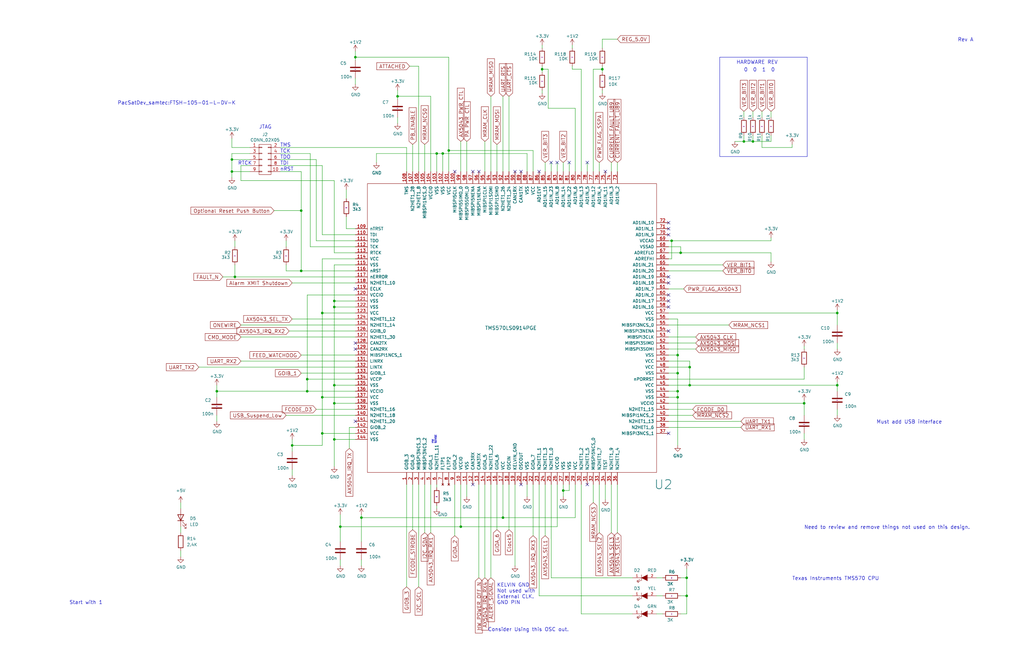
<source format=kicad_sch>
(kicad_sch (version 20230121) (generator eeschema)
  (paper "USLedger")
  (title_block (title "Radiation Tolerant PacSat Communication") (date "2023-06-17") (rev "1.1") (company "AMSAT-NA") (comment 1 "N5BRG"))
  (junction (at 129.54 165.1))
  (junction (at 140.97 170.18))
  (junction (at 194.31 222.25))
  (junction (at 285.75 165.1))
  (junction (at 313.69 59.69))
  (junction (at 140.97 162.56))
  (junction (at 152.4 218.44))
  (junction (at 189.23 63.5))
  (junction (at 285.75 157.48))
  (junction (at 353.06 132.08))
  (junction (at 97.79 67.31))
  (junction (at 143.51 222.25))
  (junction (at 285.75 149.86))
  (junction (at 129.54 160.02))
  (junction (at 287.02 106.68))
  (junction (at 228.6 29.21))
  (junction (at 184.15 64.77))
  (junction (at 99.06 116.84))
  (junction (at 290.83 154.94))
  (junction (at 289.56 251.46))
  (junction (at 149.86 24.13))
  (junction (at 289.56 243.84))
  (junction (at 140.97 127))
  (junction (at 212.09 218.44))
  (junction (at 167.64 40.64))
  (junction (at 237.49 207.01))
  (junction (at 135.89 132.08))
  (junction (at 91.44 165.1))
  (junction (at 353.06 162.56))
  (junction (at 135.89 167.64))
  (junction (at 127 88.9))
  (junction (at 135.89 182.88))
  (junction (at 339.09 170.18))
  (junction (at 140.97 129.54))
  (junction (at 317.5 59.69))
  (junction (at 285.75 167.64))
  (junction (at 127 114.3))
  (junction (at 140.97 185.42))
  (junction (at 186.69 64.77))
  (junction (at 97.79 72.39))
  (junction (at 123.19 187.96))
  (junction (at 283.21 101.6))
  (junction (at 290.83 162.56))
  (junction (at 254 29.21))
  (no_connect (at 281.94 96.52))
  (no_connect (at 281.94 124.46))
  (no_connect (at 191.77 72.39))
  (no_connect (at 232.41 68.58))
  (no_connect (at 281.94 139.7))
  (no_connect (at 199.39 204.47))
  (no_connect (at 199.39 72.39))
  (no_connect (at 281.94 129.54))
  (no_connect (at 281.94 182.88))
  (no_connect (at 227.33 72.39))
  (no_connect (at 219.71 204.47))
  (no_connect (at 281.94 127))
  (no_connect (at 217.17 72.39))
  (no_connect (at 149.86 144.78))
  (no_connect (at 247.65 68.58))
  (no_connect (at 149.86 177.8))
  (no_connect (at 219.71 72.39))
  (no_connect (at 281.94 119.38))
  (no_connect (at 281.94 99.06))
  (no_connect (at 149.86 147.32))
  (no_connect (at 201.93 72.39))
  (no_connect (at 281.94 116.84))
  (no_connect (at 255.27 72.39))
  (no_connect (at 149.86 121.92))
  (no_connect (at 247.65 204.47))
  (no_connect (at 281.94 93.98))
  (no_connect (at 240.03 68.58))
  (no_connect (at 234.95 68.58))
  (wire (pts (xy 245.11 259.08) (xy 266.7 259.08)))
  (wire (pts (xy 91.44 162.56) (xy 91.44 165.1)))
  (wire (pts (xy 285.75 165.1) (xy 281.94 165.1)))
  (wire (pts (xy 135.89 182.88) (xy 135.89 187.96)))
  (wire (pts (xy 129.54 124.46) (xy 129.54 160.02)))
  (wire (pts (xy 339.09 170.18) (xy 339.09 175.26)))
  (wire (pts (xy 133.35 101.6) (xy 133.35 67.31)))
  (wire (pts (xy 143.51 236.22) (xy 143.51 238.76)))
  (wire (pts (xy 232.41 68.58) (xy 232.41 72.39)))
  (wire (pts (xy 91.44 175.26) (xy 91.44 177.8)))
  (wire (pts (xy 140.97 170.18) (xy 149.86 170.18)))
  (wire (pts (xy 353.06 132.08) (xy 353.06 137.16)))
  (wire (pts (xy 252.73 204.47) (xy 252.73 224.79)))
  (wire (pts (xy 281.94 175.26) (xy 292.1 175.26)))
  (wire (pts (xy 152.4 217.17) (xy 152.4 218.44)))
  (wire (pts (xy 120.65 101.6) (xy 120.65 104.14)))
  (wire (pts (xy 140.97 127) (xy 149.86 127)))
  (wire (pts (xy 101.6 137.16) (xy 149.86 137.16)))
  (wire (pts (xy 285.75 149.86) (xy 285.75 157.48)))
  (wire (pts (xy 194.31 222.25) (xy 234.95 222.25)))
  (wire (pts (xy 149.86 109.22) (xy 135.89 109.22)))
  (wire (pts (xy 143.51 222.25) (xy 143.51 228.6)))
  (wire (pts (xy 127 88.9) (xy 127 72.39)))
  (wire (pts (xy 127 72.39) (xy 118.11 72.39)))
  (wire (pts (xy 353.06 130.81) (xy 353.06 132.08)))
  (wire (pts (xy 140.97 76.2) (xy 101.6 76.2)))
  (wire (pts (xy 317.5 59.69) (xy 325.12 59.69)))
  (wire (pts (xy 123.19 187.96) (xy 123.19 190.5)))
  (wire (pts (xy 228.6 29.21) (xy 228.6 30.48)))
  (wire (pts (xy 97.79 62.23) (xy 97.79 58.42)))
  (wire (pts (xy 281.94 180.34) (xy 312.42 180.34)))
  (wire (pts (xy 101.6 142.24) (xy 149.86 142.24)))
  (wire (pts (xy 101.6 76.2) (xy 101.6 69.85)))
  (wire (pts (xy 146.05 96.52) (xy 149.86 96.52)))
  (wire (pts (xy 152.4 218.44) (xy 152.4 228.6)))
  (wire (pts (xy 204.47 243.84) (xy 204.47 204.47)))
  (wire (pts (xy 290.83 152.4) (xy 281.94 152.4)))
  (wire (pts (xy 287.02 243.84) (xy 289.56 243.84)))
  (wire (pts (xy 281.94 177.8) (xy 312.42 177.8)))
  (wire (pts (xy 133.35 67.31) (xy 118.11 67.31)))
  (wire (pts (xy 158.75 64.77) (xy 158.75 68.58)))
  (wire (pts (xy 252.73 68.58) (xy 252.73 72.39)))
  (wire (pts (xy 91.44 165.1) (xy 91.44 167.64)))
  (wire (pts (xy 212.09 218.44) (xy 242.57 218.44)))
  (wire (pts (xy 176.53 27.94) (xy 172.72 27.94)))
  (wire (pts (xy 129.54 124.46) (xy 149.86 124.46)))
  (wire (pts (xy 234.95 68.58) (xy 234.95 72.39)))
  (wire (pts (xy 247.65 68.58) (xy 247.65 72.39)))
  (wire (pts (xy 143.51 222.25) (xy 194.31 222.25)))
  (wire (pts (xy 229.87 204.47) (xy 229.87 226.06)))
  (wire (pts (xy 105.41 62.23) (xy 97.79 62.23)))
  (wire (pts (xy 99.06 116.84) (xy 149.86 116.84)))
  (wire (pts (xy 228.6 27.94) (xy 228.6 29.21)))
  (wire (pts (xy 234.95 222.25) (xy 234.95 204.47)))
  (wire (pts (xy 276.86 259.08) (xy 279.4 259.08)))
  (wire (pts (xy 135.89 187.96) (xy 123.19 187.96)))
  (wire (pts (xy 201.93 204.47) (xy 201.93 243.84)))
  (wire (pts (xy 260.35 204.47) (xy 260.35 224.79)))
  (wire (pts (xy 212.09 204.47) (xy 212.09 218.44)))
  (wire (pts (xy 353.06 144.78) (xy 353.06 147.32)))
  (wire (pts (xy 254 16.51) (xy 254 20.32)))
  (wire (pts (xy 304.8 114.3) (xy 281.94 114.3)))
  (wire (pts (xy 149.86 149.86) (xy 127 149.86)))
  (wire (pts (xy 149.86 152.4) (xy 101.6 152.4)))
  (wire (pts (xy 133.35 172.72) (xy 149.86 172.72)))
  (wire (pts (xy 250.19 29.21) (xy 254 29.21)))
  (wire (pts (xy 120.65 175.26) (xy 149.86 175.26)))
  (wire (pts (xy 207.01 72.39) (xy 207.01 40.64)))
  (wire (pts (xy 167.64 49.53) (xy 167.64 52.07)))
  (wire (pts (xy 191.77 204.47) (xy 191.77 226.06)))
  (wire (pts (xy 281.94 134.62) (xy 285.75 134.62)))
  (wire (pts (xy 127 114.3) (xy 127 88.9)))
  (polyline (pts (xy 340.36 24.13) (xy 303.53 24.13)))
  (wire (pts (xy 255.27 204.47) (xy 255.27 210.82)))
  (wire (pts (xy 281.94 121.92) (xy 288.29 121.92)))
  (wire (pts (xy 289.56 259.08) (xy 287.02 259.08)))
  (wire (pts (xy 140.97 111.76) (xy 140.97 127)))
  (wire (pts (xy 209.55 72.39) (xy 209.55 60.96)))
  (wire (pts (xy 240.03 207.01) (xy 240.03 204.47)))
  (wire (pts (xy 334.01 62.23) (xy 334.01 60.96)))
  (wire (pts (xy 257.81 204.47) (xy 257.81 224.79)))
  (wire (pts (xy 129.54 160.02) (xy 129.54 165.1)))
  (wire (pts (xy 222.25 64.77) (xy 222.25 72.39)))
  (wire (pts (xy 339.09 160.02) (xy 281.94 160.02)))
  (wire (pts (xy 339.09 146.05) (xy 339.09 147.32)))
  (wire (pts (xy 353.06 172.72) (xy 353.06 175.26)))
  (wire (pts (xy 245.11 72.39) (xy 245.11 29.21)))
  (wire (pts (xy 149.86 104.14) (xy 130.81 104.14)))
  (polyline (pts (xy 303.53 66.04) (xy 340.36 66.04)))
  (wire (pts (xy 209.55 204.47) (xy 209.55 223.52)))
  (wire (pts (xy 325.12 106.68) (xy 325.12 110.49)))
  (wire (pts (xy 179.07 224.79) (xy 179.07 204.47)))
  (wire (pts (xy 231.14 29.21) (xy 228.6 29.21)))
  (wire (pts (xy 99.06 111.76) (xy 99.06 116.84)))
  (wire (pts (xy 289.56 240.03) (xy 289.56 243.84)))
  (wire (pts (xy 97.79 72.39) (xy 105.41 72.39)))
  (wire (pts (xy 194.31 59.69) (xy 194.31 72.39)))
  (wire (pts (xy 281.94 147.32) (xy 293.37 147.32)))
  (wire (pts (xy 254 38.1) (xy 254 39.37)))
  (wire (pts (xy 281.94 111.76) (xy 304.8 111.76)))
  (wire (pts (xy 281.94 109.22) (xy 283.21 109.22)))
  (wire (pts (xy 281.94 137.16) (xy 307.34 137.16)))
  (wire (pts (xy 127 157.48) (xy 149.86 157.48)))
  (wire (pts (xy 309.88 59.69) (xy 313.69 59.69)))
  (wire (pts (xy 237.49 68.58) (xy 237.49 72.39)))
  (wire (pts (xy 173.99 60.96) (xy 173.99 72.39)))
  (wire (pts (xy 91.44 165.1) (xy 129.54 165.1)))
  (wire (pts (xy 123.19 119.38) (xy 149.86 119.38)))
  (wire (pts (xy 181.61 204.47) (xy 181.61 224.79)))
  (wire (pts (xy 237.49 207.01) (xy 240.03 207.01)))
  (wire (pts (xy 222.25 204.47) (xy 222.25 209.55)))
  (wire (pts (xy 140.97 185.42) (xy 149.86 185.42)))
  (wire (pts (xy 204.47 72.39) (xy 204.47 59.69)))
  (wire (pts (xy 325.12 59.69) (xy 325.12 57.15)))
  (wire (pts (xy 171.45 72.39) (xy 171.45 62.23)))
  (wire (pts (xy 149.86 132.08) (xy 135.89 132.08)))
  (wire (pts (xy 135.89 132.08) (xy 135.89 167.64)))
  (wire (pts (xy 97.79 64.77) (xy 97.79 67.31)))
  (wire (pts (xy 130.81 104.14) (xy 130.81 64.77)))
  (wire (pts (xy 135.89 109.22) (xy 135.89 132.08)))
  (wire (pts (xy 167.64 38.1) (xy 167.64 40.64)))
  (wire (pts (xy 241.3 27.94) (xy 241.3 29.21)))
  (wire (pts (xy 127 114.3) (xy 149.86 114.3)))
  (wire (pts (xy 121.92 139.7) (xy 149.86 139.7)))
  (wire (pts (xy 227.33 204.47) (xy 227.33 251.46)))
  (wire (pts (xy 149.86 33.02) (xy 149.86 35.56)))
  (wire (pts (xy 290.83 162.56) (xy 353.06 162.56)))
  (wire (pts (xy 152.4 236.22) (xy 152.4 238.76)))
  (wire (pts (xy 283.21 109.22) (xy 283.21 101.6)))
  (wire (pts (xy 99.06 101.6) (xy 99.06 104.14)))
  (wire (pts (xy 140.97 129.54) (xy 149.86 129.54)))
  (wire (pts (xy 130.81 64.77) (xy 118.11 64.77)))
  (wire (pts (xy 212.09 40.64) (xy 212.09 72.39)))
  (wire (pts (xy 281.94 162.56) (xy 290.83 162.56)))
  (wire (pts (xy 194.31 222.25) (xy 194.31 204.47)))
  (wire (pts (xy 158.75 64.77) (xy 184.15 64.77)))
  (wire (pts (xy 184.15 213.36) (xy 184.15 214.63)))
  (wire (pts (xy 140.97 162.56) (xy 140.97 170.18)))
  (wire (pts (xy 135.89 69.85) (xy 118.11 69.85)))
  (wire (pts (xy 189.23 24.13) (xy 189.23 63.5)))
  (wire (pts (xy 140.97 162.56) (xy 149.86 162.56)))
  (wire (pts (xy 290.83 152.4) (xy 290.83 154.94)))
  (wire (pts (xy 229.87 68.58) (xy 229.87 72.39)))
  (wire (pts (xy 97.79 67.31) (xy 97.79 72.39)))
  (wire (pts (xy 353.06 161.29) (xy 353.06 162.56)))
  (wire (pts (xy 325.12 101.6) (xy 325.12 100.33)))
  (wire (pts (xy 149.86 24.13) (xy 149.86 25.4)))
  (wire (pts (xy 285.75 157.48) (xy 281.94 157.48)))
  (wire (pts (xy 242.57 218.44) (xy 242.57 204.47)))
  (polyline (pts (xy 340.36 66.04) (xy 340.36 24.13)))
  (wire (pts (xy 285.75 157.48) (xy 285.75 165.1)))
  (wire (pts (xy 186.69 64.77) (xy 186.69 72.39)))
  (wire (pts (xy 224.79 63.5) (xy 189.23 63.5)))
  (wire (pts (xy 105.41 67.31) (xy 97.79 67.31)))
  (wire (pts (xy 143.51 217.17) (xy 143.51 222.25)))
  (wire (pts (xy 242.57 45.72) (xy 242.57 72.39)))
  (wire (pts (xy 321.31 62.23) (xy 334.01 62.23)))
  (wire (pts (xy 184.15 72.39) (xy 184.15 64.77)))
  (wire (pts (xy 135.89 167.64) (xy 149.86 167.64)))
  (wire (pts (xy 232.41 243.84) (xy 266.7 243.84)))
  (wire (pts (xy 140.97 129.54) (xy 140.97 162.56)))
  (wire (pts (xy 129.54 165.1) (xy 149.86 165.1)))
  (wire (pts (xy 292.1 172.72) (xy 281.94 172.72)))
  (wire (pts (xy 317.5 49.53) (xy 317.5 46.99)))
  (wire (pts (xy 276.86 243.84) (xy 279.4 243.84)))
  (wire (pts (xy 339.09 154.94) (xy 339.09 160.02)))
  (wire (pts (xy 285.75 167.64) (xy 281.94 167.64)))
  (wire (pts (xy 232.41 204.47) (xy 232.41 243.84)))
  (wire (pts (xy 214.63 204.47) (xy 214.63 223.52)))
  (wire (pts (xy 149.86 99.06) (xy 135.89 99.06)))
  (wire (pts (xy 281.94 132.08) (xy 353.06 132.08)))
  (wire (pts (xy 186.69 64.77) (xy 222.25 64.77)))
  (wire (pts (xy 167.64 40.64) (xy 167.64 41.91)))
  (wire (pts (xy 105.41 64.77) (xy 97.79 64.77)))
  (wire (pts (xy 228.6 38.1) (xy 228.6 39.37)))
  (wire (pts (xy 281.94 144.78) (xy 293.37 144.78)))
  (polyline (pts (xy 303.53 24.13) (xy 303.53 66.04)))
  (wire (pts (xy 245.11 29.21) (xy 241.3 29.21)))
  (wire (pts (xy 242.57 45.72) (xy 231.14 45.72)))
  (wire (pts (xy 189.23 63.5) (xy 189.23 72.39)))
  (wire (pts (xy 152.4 218.44) (xy 212.09 218.44)))
  (wire (pts (xy 135.89 167.64) (xy 135.89 182.88)))
  (wire (pts (xy 289.56 243.84) (xy 289.56 251.46)))
  (wire (pts (xy 353.06 162.56) (xy 353.06 165.1)))
  (wire (pts (xy 135.89 182.88) (xy 149.86 182.88)))
  (wire (pts (xy 285.75 167.64) (xy 285.75 187.96)))
  (wire (pts (xy 321.31 57.15) (xy 321.31 62.23)))
  (wire (pts (xy 231.14 45.72) (xy 231.14 29.21)))
  (wire (pts (xy 101.6 69.85) (xy 105.41 69.85)))
  (wire (pts (xy 171.45 62.23) (xy 118.11 62.23)))
  (wire (pts (xy 281.94 142.24) (xy 293.37 142.24)))
  (wire (pts (xy 149.86 111.76) (xy 140.97 111.76)))
  (wire (pts (xy 120.65 114.3) (xy 120.65 111.76)))
  (wire (pts (xy 290.83 154.94) (xy 281.94 154.94)))
  (wire (pts (xy 281.94 104.14) (xy 287.02 104.14)))
  (wire (pts (xy 241.3 19.05) (xy 241.3 20.32)))
  (wire (pts (xy 257.81 68.58) (xy 257.81 72.39)))
  (wire (pts (xy 140.97 106.68) (xy 140.97 76.2)))
  (wire (pts (xy 224.79 72.39) (xy 224.79 63.5)))
  (wire (pts (xy 76.2 212.09) (xy 76.2 214.63)))
  (wire (pts (xy 171.45 247.65) (xy 171.45 204.47)))
  (wire (pts (xy 76.2 232.41) (xy 76.2 234.95)))
  (wire (pts (xy 240.03 68.58) (xy 240.03 72.39)))
  (wire (pts (xy 289.56 251.46) (xy 287.02 251.46)))
  (wire (pts (xy 283.21 101.6) (xy 325.12 101.6)))
  (wire (pts (xy 228.6 19.05) (xy 228.6 20.32)))
  (wire (pts (xy 149.86 160.02) (xy 129.54 160.02)))
  (wire (pts (xy 196.85 204.47) (xy 196.85 209.55)))
  (wire (pts (xy 250.19 72.39) (xy 250.19 29.21)))
  (wire (pts (xy 287.02 106.68) (xy 325.12 106.68)))
  (wire (pts (xy 281.94 101.6) (xy 283.21 101.6)))
  (wire (pts (xy 140.97 170.18) (xy 140.97 185.42)))
  (wire (pts (xy 289.56 251.46) (xy 289.56 259.08)))
  (wire (pts (xy 173.99 223.52) (xy 173.99 204.47)))
  (wire (pts (xy 146.05 91.44) (xy 146.05 96.52)))
  (wire (pts (xy 281.94 170.18) (xy 339.09 170.18)))
  (wire (pts (xy 313.69 46.99) (xy 313.69 49.53)))
  (wire (pts (xy 123.19 185.42) (xy 123.19 187.96)))
  (wire (pts (xy 149.86 106.68) (xy 140.97 106.68)))
  (wire (pts (xy 290.83 154.94) (xy 290.83 162.56)))
  (wire (pts (xy 214.63 40.64) (xy 214.63 72.39)))
  (wire (pts (xy 224.79 226.06) (xy 224.79 204.47)))
  (wire (pts (xy 217.17 204.47) (xy 217.17 238.76)))
  (wire (pts (xy 285.75 165.1) (xy 285.75 167.64)))
  (wire (pts (xy 149.86 24.13) (xy 189.23 24.13)))
  (wire (pts (xy 339.09 182.88) (xy 339.09 185.42)))
  (wire (pts (xy 149.86 180.34) (xy 147.32 180.34)))
  (wire (pts (xy 276.86 251.46) (xy 279.4 251.46)))
  (wire (pts (xy 254 29.21) (xy 254 30.48)))
  (wire (pts (xy 313.69 59.69) (xy 317.5 59.69)))
  (wire (pts (xy 147.32 180.34) (xy 147.32 189.23)))
  (wire (pts (xy 184.15 204.47) (xy 184.15 205.74)))
  (wire (pts (xy 237.49 204.47) (xy 237.49 207.01)))
  (wire (pts (xy 227.33 251.46) (xy 266.7 251.46)))
  (wire (pts (xy 181.61 40.64) (xy 181.61 72.39)))
  (wire (pts (xy 184.15 64.77) (xy 186.69 64.77)))
  (wire (pts (xy 76.2 222.25) (xy 76.2 224.79)))
  (wire (pts (xy 167.64 40.64) (xy 181.61 40.64)))
  (wire (pts (xy 339.09 168.91) (xy 339.09 170.18)))
  (wire (pts (xy 281.94 106.68) (xy 287.02 106.68)))
  (wire (pts (xy 313.69 59.69) (xy 313.69 57.15)))
  (wire (pts (xy 176.53 27.94) (xy 176.53 72.39)))
  (wire (pts (xy 250.19 204.47) (xy 250.19 212.09)))
  (wire (pts (xy 237.49 207.01) (xy 237.49 209.55)))
  (wire (pts (xy 97.79 72.39) (xy 97.79 74.93)))
  (wire (pts (xy 245.11 204.47) (xy 245.11 259.08)))
  (wire (pts (xy 149.86 154.94) (xy 83.82 154.94)))
  (wire (pts (xy 254 27.94) (xy 254 29.21)))
  (wire (pts (xy 287.02 104.14) (xy 287.02 106.68)))
  (wire (pts (xy 135.89 99.06) (xy 135.89 69.85)))
  (wire (pts (xy 123.19 198.12) (xy 123.19 200.66)))
  (wire (pts (xy 321.31 49.53) (xy 321.31 46.99)))
  (wire (pts (xy 146.05 80.01) (xy 146.05 83.82)))
  (wire (pts (xy 260.35 68.58) (xy 260.35 72.39)))
  (wire (pts (xy 149.86 101.6) (xy 133.35 101.6)))
  (wire (pts (xy 179.07 72.39) (xy 179.07 60.96)))
  (wire (pts (xy 207.01 243.84) (xy 207.01 204.47)))
  (wire (pts (xy 115.57 88.9) (xy 127 88.9)))
  (wire (pts (xy 140.97 185.42) (xy 140.97 196.85)))
  (wire (pts (xy 140.97 127) (xy 140.97 129.54)))
  (wire (pts (xy 285.75 134.62) (xy 285.75 149.86)))
  (wire (pts (xy 93.98 116.84) (xy 99.06 116.84)))
  (wire (pts (xy 196.85 59.69) (xy 196.85 72.39)))
  (wire (pts (xy 176.53 204.47) (xy 176.53 247.65)))
  (wire (pts (xy 325.12 49.53) (xy 325.12 46.99)))
  (wire (pts (xy 120.65 114.3) (xy 127 114.3)))
  (wire (pts (xy 260.35 16.51) (xy 254 16.51)))
  (wire (pts (xy 317.5 57.15) (xy 317.5 59.69)))
  (wire (pts (xy 281.94 149.86) (xy 285.75 149.86)))
  (wire (pts (xy 149.86 21.59) (xy 149.86 24.13)))
  (wire (pts (xy 123.19 134.62) (xy 149.86 134.62)))
  (text "Texas Instruments TMS570 CPU" (at 334.01 245.11 0) (effects (font (size 1.524 1.524)) (justify left bottom)))
  (text "RTCK" (at 100.33 69.85 0) (effects (font (size 1.524 1.524)) (justify left bottom)))
  (text "PacSatDev_samtec:FTSH-105-01-L-DV-K" (at 49.53 44.45 0) (effects (font (size 1.524 1.524)) (justify left bottom)))
  (text "1" (at 321.31 30.48 0) (effects (font (size 1.524 1.524)) (justify left bottom)))
  (text "0" (at 313.69 30.48 0) (effects (font (size 1.524 1.524)) (justify left bottom)))
  (text "TCK" (at 118.11 64.77 0) (effects (font (size 1.524 1.524)) (justify left bottom)))
  (text "Rev A" (at 403.86 17.78 0) (effects (font (size 1.524 1.524)) (justify left bottom)))
  (text "nRST" (at 118.11 72.39 0) (effects (font (size 1.524 1.524)) (justify left bottom)))
  (text "Consider Using this OSC out." (at 205.74 266.7 0) (effects (font (size 1.524 1.524)) (justify left bottom)))
  (text "TDI" (at 118.11 69.85 0) (effects (font (size 1.524 1.524)) (justify left bottom)))
  (text "JTAG" (at 109.22 54.61 0) (effects (font (size 1.524 1.524)) (justify left bottom)))
  (text "Need to review and remove things not used on this design." (at 339.09 223.52 0) (effects (font (size 1.524 1.524)) (justify left bottom)))
  (text "Must add USB interface" (at 369.57 179.07 0) (effects (font (size 1.524 1.524)) (justify left bottom)))
  (text "HARDWARE REV" (at 310.515 27.305 0) (effects (font (size 1.524 1.524)) (justify left bottom)))
  (text "Start with 1" (at 29.21 255.27 0) (effects (font (size 1.524 1.524)) (justify left bottom)))
  (text "HW\nSENSE" (at 184.15 187.325 90) (effects (font (size 0.762 0.762)) (justify left bottom)))
  (text "0" (at 325.12 30.48 0) (effects (font (size 1.524 1.524)) (justify left bottom)))
  (text "0" (at 317.5 30.48 0) (effects (font (size 1.524 1.524)) (justify left bottom)))
  (text "KELVIN GND\nNot used with\nExternal CLK.\nGND PIN" (at 209.55 255.27 0) (effects (font (size 1.524 1.524)) (justify left bottom)))
  (text "TDO" (at 118.11 67.31 0) (effects (font (size 1.524 1.524)) (justify left bottom)))
  (text "TMS" (at 118.11 62.23 0) (effects (font (size 1.524 1.524)) (justify left bottom)))
  (global_label "FCODE_STROBE" (shape input) (at 173.99 223.52 270) (effects (font (size 1.524 1.524))) (property "Intersheetrefs" "${INTERSHEET_REFS}" (effects hide)))
  (global_label "VER_BIT2" (shape input) (at 237.49 68.58 90) (effects (font (size 1.524 1.524))) (property "Intersheetrefs" "${INTERSHEET_REFS}" (effects hide)))
  (global_label "UART_RX2" (shape input) (at 101.6 152.4 180) (effects (font (size 1.524 1.524))) (property "Intersheetrefs" "${INTERSHEET_REFS}" (effects hide)))
  (global_label "AX5043_IRQ_RX2" (shape input) (at 121.92 139.7 180) (effects (font (size 1.524 1.524))) (property "Intersheetrefs" "${INTERSHEET_REFS}" (effects hide)))
  (global_label "CMD_MODE" (shape input) (at 101.6 142.24 180) (effects (font (size 1.524 1.524))) (property "Intersheetrefs" "${INTERSHEET_REFS}" (effects hide)))
  (global_label "AX5043_SEL1" (shape input) (at 229.87 226.06 270) (effects (font (size 1.524 1.524))) (property "Intersheetrefs" "${INTERSHEET_REFS}" (effects hide)))
  (global_label "VER_BIT1" (shape input) (at 304.8 111.76 0) (effects (font (size 1.524 1.524))) (property "Intersheetrefs" "${INTERSHEET_REFS}" (effects hide)))
  (global_label "MRAM_NCS0" (shape input) (at 179.07 60.96 90) (effects (font (size 1.524 1.524))) (property "Intersheetrefs" "${INTERSHEET_REFS}" (effects hide)))
  (global_label "MRAM_MISO" (shape input) (at 207.01 40.64 90) (effects (font (size 1.524 1.524))) (property "Intersheetrefs" "${INTERSHEET_REFS}" (effects hide)))
  (global_label "VER_BIT0" (shape input) (at 304.8 114.3 0) (effects (font (size 1.524 1.524))) (property "Intersheetrefs" "${INTERSHEET_REFS}" (effects hide)))
  (global_label "AX5043_SEL2" (shape input) (at 252.73 224.79 270) (effects (font (size 1.524 1.524))) (property "Intersheetrefs" "${INTERSHEET_REFS}" (effects hide)))
  (global_label "ONEWIRE" (shape input) (at 101.6 137.16 180) (effects (font (size 1.524 1.524))) (property "Intersheetrefs" "${INTERSHEET_REFS}" (effects hide)))
  (global_label "UART_TX2" (shape input) (at 83.82 154.94 180) (effects (font (size 1.524 1.524))) (property "Intersheetrefs" "${INTERSHEET_REFS}" (effects hide)))
  (global_label "AX5043_IRQ_RX1" (shape input) (at 181.61 224.79 270) (effects (font (size 1.524 1.524))) (property "Intersheetrefs" "${INTERSHEET_REFS}" (effects hide)))
  (global_label "GIOA_6" (shape input) (at 209.55 223.52 270) (effects (font (size 1.524 1.524))) (property "Intersheetrefs" "${INTERSHEET_REFS}" (effects hide)))
  (global_label "AX5043 PWR CTL" (shape input) (at 194.31 59.69 90) (effects (font (size 1.524 1.524))) (property "Intersheetrefs" "${INTERSHEET_REFS}" (effects hide)))
  (global_label "PWR_FLAG_AX5043" (shape input) (at 288.29 121.92 0) (effects (font (size 1.524 1.524))) (property "Intersheetrefs" "${INTERSHEET_REFS}" (effects hide)))
  (global_label "AX5043_IRQ_RX4" (shape input) (at 204.47 243.84 270) (effects (font (size 1.524 1.524))) (property "Intersheetrefs" "${INTERSHEET_REFS}" (effects hide)))
  (global_label "FEED_WATCHDOG" (shape input) (at 127 149.86 180) (effects (font (size 1.524 1.524))) (property "Intersheetrefs" "${INTERSHEET_REFS}" (effects hide)))
  (global_label "ALERT_SIGNAL" (shape input) (at 207.01 243.84 270) (effects (font (size 1.524 1.524))) (property "Intersheetrefs" "${INTERSHEET_REFS}" (effects hide)))
  (global_label "AX5043_IRQ_TX" (shape input) (at 147.32 189.23 270) (effects (font (size 1.524 1.524))) (property "Intersheetrefs" "${INTERSHEET_REFS}" (effects hide)))
  (global_label "FAULT_N" (shape input) (at 93.98 116.84 180) (effects (font (size 1.524 1.524))) (property "Intersheetrefs" "${INTERSHEET_REFS}" (effects hide)))
  (global_label "USB_Suspend_Low" (shape input) (at 120.65 175.26 180) (effects (font (size 1.524 1.524))) (property "Intersheetrefs" "${INTERSHEET_REFS}" (effects hide)))
  (global_label "AX5043_SEL4" (shape input) (at 260.35 224.79 270) (effects (font (size 1.524 1.524))) (property "Intersheetrefs" "${INTERSHEET_REFS}" (effects hide)))
  (global_label "UART_TX1" (shape input) (at 312.42 177.8 0) (effects (font (size 1.524 1.524))) (property "Intersheetrefs" "${INTERSHEET_REFS}" (effects hide)))
  (global_label "CURRENT_FAULT_U89" (shape input) (at 260.35 68.58 90) (effects (font (size 1.524 1.524))) (property "Intersheetrefs" "${INTERSHEET_REFS}" (effects hide)))
  (global_label "MRAM_NCS2" (shape input) (at 292.1 175.26 0) (effects (font (size 1.524 1.524))) (property "Intersheetrefs" "${INTERSHEET_REFS}" (effects hide)))
  (global_label "MRAM_CLK" (shape input) (at 204.47 59.69 90) (effects (font (size 1.524 1.524))) (property "Intersheetrefs" "${INTERSHEET_REFS}" (effects hide)))
  (global_label "MRAM_NCS3" (shape input) (at 250.19 212.09 270) (effects (font (size 1.524 1.524))) (property "Intersheetrefs" "${INTERSHEET_REFS}" (effects hide)))
  (global_label "Optional Reset Push Button" (shape input) (at 115.57 88.9 180) (effects (font (size 1.524 1.524))) (property "Intersheetrefs" "${INTERSHEET_REFS}" (effects hide)))
  (global_label "AX5043_IRQ_RX3" (shape input) (at 224.79 226.06 270) (effects (font (size 1.524 1.524))) (property "Intersheetrefs" "${INTERSHEET_REFS}" (effects hide)))
  (global_label "GOIB_1" (shape input) (at 127 157.48 180) (effects (font (size 1.524 1.524))) (property "Intersheetrefs" "${INTERSHEET_REFS}" (effects hide)))
  (global_label "PWR_FLAG_SSPA" (shape input) (at 252.73 68.58 90) (effects (font (size 1.524 1.524))) (property "Intersheetrefs" "${INTERSHEET_REFS}" (effects hide)))
  (global_label "I2C_SDA" (shape input) (at 179.07 224.79 270) (effects (font (size 1.524 1.524))) (property "Intersheetrefs" "${INTERSHEET_REFS}" (effects hide)))
  (global_label "Alarm XMIT Shutdown" (shape input) (at 123.19 119.38 180) (effects (font (size 1.524 1.524))) (property "Intersheetrefs" "${INTERSHEET_REFS}" (effects hide)))
  (global_label "MRAM_MOSI" (shape input) (at 209.55 60.96 90) (effects (font (size 1.524 1.524))) (property "Intersheetrefs" "${INTERSHEET_REFS}" (effects hide)))
  (global_label "GIOA_2" (shape input) (at 191.77 226.06 270) (effects (font (size 1.524 1.524))) (property "Intersheetrefs" "${INTERSHEET_REFS}" (effects hide)))
  (global_label "GIOB_3" (shape input) (at 171.45 247.65 270) (effects (font (size 1.524 1.524))) (property "Intersheetrefs" "${INTERSHEET_REFS}" (effects hide)))
  (global_label "PB_ENABLE" (shape input) (at 173.99 60.96 90) (effects (font (size 1.524 1.524))) (property "Intersheetrefs" "${INTERSHEET_REFS}" (effects hide)))
  (global_label "VER_BIT3" (shape input) (at 313.69 46.99 90) (effects (font (size 1.524 1.524))) (property "Intersheetrefs" "${INTERSHEET_REFS}" (effects hide)))
  (global_label "UART_RX1" (shape input) (at 312.42 180.34 0) (effects (font (size 1.524 1.524))) (property "Intersheetrefs" "${INTERSHEET_REFS}" (effects hide)))
  (global_label "FCODE_D0" (shape input) (at 292.1 172.72 0) (effects (font (size 1.524 1.524))) (property "Intersheetrefs" "${INTERSHEET_REFS}" (effects hide)))
  (global_label "AX5043_SEL_TX" (shape input) (at 123.19 134.62 180) (effects (font (size 1.524 1.524))) (property "Intersheetrefs" "${INTERSHEET_REFS}" (effects hide)))
  (global_label "AX5043_SEL3" (shape input) (at 257.81 224.79 270) (effects (font (size 1.524 1.524))) (property "Intersheetrefs" "${INTERSHEET_REFS}" (effects hide)))
  (global_label "AX5043_CLK" (shape input) (at 293.37 142.24 0) (effects (font (size 1.524 1.524))) (property "Intersheetrefs" "${INTERSHEET_REFS}" (effects hide)))
  (global_label "VER_BIT3" (shape input) (at 229.87 68.58 90) (effects (font (size 1.524 1.524))) (property "Intersheetrefs" "${INTERSHEET_REFS}" (effects hide)))
  (global_label "ATTACHED" (shape input) (at 172.72 27.94 180) (effects (font (size 1.524 1.524))) (property "Intersheetrefs" "${INTERSHEET_REFS}" (effects hide)))
  (global_label "AX5043_MISO" (shape input) (at 293.37 147.32 0) (effects (font (size 1.524 1.524))) (property "Intersheetrefs" "${INTERSHEET_REFS}" (effects hide)))
  (global_label "REG_5.0V" (shape input) (at 260.35 16.51 0) (effects (font (size 1.524 1.524))) (property "Intersheetrefs" "${INTERSHEET_REFS}" (effects hide)))
  (global_label "MRAM_NCS1" (shape input) (at 307.34 137.16 0) (effects (font (size 1.524 1.524))) (property "Intersheetrefs" "${INTERSHEET_REFS}" (effects hide)))
  (global_label "UART_RTS" (shape input) (at 212.09 40.64 90) (effects (font (size 1.524 1.524))) (property "Intersheetrefs" "${INTERSHEET_REFS}" (effects hide)))
  (global_label "PA PWR CTL" (shape input) (at 196.85 59.69 90) (effects (font (size 1.524 1.524))) (property "Intersheetrefs" "${INTERSHEET_REFS}" (effects hide)))
  (global_label "UART_CTS" (shape input) (at 214.63 40.64 90) (effects (font (size 1.524 1.524))) (property "Intersheetrefs" "${INTERSHEET_REFS}" (effects hide)))
  (global_label "CURRENT_FAULT_U89" (shape input) (at 257.81 68.58 90) (effects (font (size 1.524 1.524))) (property "Intersheetrefs" "${INTERSHEET_REFS}" (effects hide)))
  (global_label "VER_BIT1" (shape input) (at 321.31 46.99 90) (effects (font (size 1.524 1.524))) (property "Intersheetrefs" "${INTERSHEET_REFS}" (effects hide)))
  (global_label "HW_POWER_OFF_N" (shape input) (at 201.93 243.84 270) (effects (font (size 1.524 1.524))) (property "Intersheetrefs" "${INTERSHEET_REFS}" (effects hide)))
  (global_label "Clock5" (shape input) (at 214.63 223.52 270) (effects (font (size 1.524 1.524))) (property "Intersheetrefs" "${INTERSHEET_REFS}" (effects hide)))
  (global_label "FCODE_D3" (shape input) (at 133.35 172.72 180) (effects (font (size 1.524 1.524))) (property "Intersheetrefs" "${INTERSHEET_REFS}" (effects hide)))
  (global_label "AX5043_MOSI" (shape input) (at 293.37 144.78 0) (effects (font (size 1.524 1.524))) (property "Intersheetrefs" "${INTERSHEET_REFS}" (effects hide)))
  (global_label "VER_BIT2" (shape input) (at 317.5 46.99 90) (effects (font (size 1.524 1.524))) (property "Intersheetrefs" "${INTERSHEET_REFS}" (effects hide)))
  (global_label "VER_BIT0" (shape input) (at 325.12 46.99 90) (effects (font (size 1.524 1.524))) (property "Intersheetrefs" "${INTERSHEET_REFS}" (effects hide)))
  (global_label "I2C_SCL" (shape input) (at 176.53 247.65 270) (effects (font (size 1.524 1.524))) (property "Intersheetrefs" "${INTERSHEET_REFS}" (effects hide)))
  (symbol (lib_id "PACSAT_ICs:TMS570LS0914PGE") (at 215.9 138.43 0) (unit 1)
    (property "Reference" "U2" (at 275.59 204.47 0) (effects (font (size 3.81 3.81)) (justify left)))
    (property "Value" "TMS570LS0914PGE" (at 204.47 138.43 0) (effects (font (size 1.524 1.524)) (justify left)))
    (property "Footprint" "PacSatDev_ti:TQFP-144_20x20mm_Pitch0.5mm" (effects hide))
  )
  (symbol (lib_id "power:GND") (at 196.85 209.55 0) (unit 1)
    (property "Reference" "#PWR023" (effects hide))
    (property "Value" "GND" (at 196.977 213.9442 0))
  )
  (symbol (lib_id "power:GND") (at 285.75 187.96 0) (unit 1)
    (property "Reference" "#PWR027" (effects hide))
    (property "Value" "GND" (at 285.877 192.3542 0))
  )
  (symbol (lib_id "Device:R") (at 120.65 107.95 0) (unit 1)
    (property "Reference" "R3" (at 116.205 106.68 0) (effects (justify left)))
    (property "Value" "3k3" (at 114.935 108.585 0) (effects (justify left)))
    (property "Footprint" "Resistor_SMD:R_0603_1608Metric_Pad0.98x0.95mm_HandSolder" (effects hide))
    (property "Datasheet" "~" (at 120.65 107.95 0))
  )
  (symbol (lib_id "power:GND") (at 140.97 196.85 0) (unit 1)
    (property "Reference" "#PWR011" (effects hide))
    (property "Value" "GND" (at 141.097 201.2442 0))
  )
  (symbol (lib_id "power:GND") (at 222.25 209.55 0) (unit 1)
    (property "Reference" "#PWR024" (effects hide))
    (property "Value" "GND" (at 222.377 213.9442 0))
  )
  (symbol (lib_id "power:GND") (at 237.49 209.55 0) (unit 1)
    (property "Reference" "#PWR025" (effects hide))
    (property "Value" "GND" (at 237.617 213.9442 0))
  )
  (symbol (lib_id "power:GND") (at 158.75 68.58 0) (unit 1)
    (property "Reference" "#PWR019" (effects hide))
    (property "Value" "GND" (at 158.877 72.9742 0))
  )
  (symbol (lib_id "Device:C") (at 353.06 168.91 0) (unit 1)
    (property "Reference" "C9" (at 357.505 166.37 0))
    (property "Value" "100n" (at 358.775 171.45 0))
    (property "Footprint" "Capacitor_SMD:C_0603_1608Metric_Pad1.08x0.95mm_HandSolder" (effects hide))
    (property "Datasheet" "~" (at 353.06 168.91 0))
  )
  (symbol (lib_id "power:GND") (at 353.06 175.26 0) (unit 1)
    (property "Reference" "#PWR049" (effects hide))
    (property "Value" "GND" (at 353.187 179.6542 0))
  )
  (symbol (lib_id "Device:C") (at 167.64 45.72 0) (unit 1)
    (property "Reference" "C7" (at 162.56 43.18 0))
    (property "Value" "100n" (at 163.83 48.895 0))
    (property "Footprint" "Capacitor_SMD:C_0603_1608Metric_Pad1.08x0.95mm_HandSolder" (effects hide))
    (property "Datasheet" "~" (at 167.64 45.72 0))
  )
  (symbol (lib_id "power:GND") (at 167.64 52.07 0) (unit 1)
    (property "Reference" "#PWR021" (effects hide))
    (property "Value" "GND" (at 167.767 56.4642 0))
  )
  (symbol (lib_id "Device:C") (at 339.09 179.07 0) (unit 1)
    (property "Reference" "C8" (at 334.01 176.53 0))
    (property "Value" "100n" (at 335.28 182.245 0))
    (property "Footprint" "Capacitor_SMD:C_0603_1608Metric_Pad1.08x0.95mm_HandSolder" (effects hide))
    (property "Datasheet" "~" (at 339.09 179.07 0))
  )
  (symbol (lib_id "power:GND") (at 339.09 185.42 0) (unit 1)
    (property "Reference" "#PWR041" (effects hide))
    (property "Value" "GND" (at 339.217 189.8142 0))
  )
  (symbol (lib_id "Device:C") (at 353.06 140.97 0) (unit 1)
    (property "Reference" "C10" (at 347.98 138.43 0))
    (property "Value" "100n" (at 349.25 144.145 0))
    (property "Footprint" "Capacitor_SMD:C_0603_1608Metric_Pad1.08x0.95mm_HandSolder" (effects hide))
    (property "Datasheet" "~" (at 353.06 140.97 0))
  )
  (symbol (lib_id "power:GND") (at 353.06 147.32 0) (unit 1)
    (property "Reference" "#PWR064" (effects hide))
    (property "Value" "GND" (at 353.187 151.7142 0))
  )
  (symbol (lib_id "Device:C") (at 149.86 29.21 0) (unit 1)
    (property "Reference" "C5" (at 144.78 26.67 0))
    (property "Value" "100n" (at 146.05 32.385 0))
    (property "Footprint" "Capacitor_SMD:C_0603_1608Metric_Pad1.08x0.95mm_HandSolder" (effects hide))
    (property "Datasheet" "~" (at 149.86 29.21 0))
  )
  (symbol (lib_id "power:GND") (at 149.86 35.56 0) (unit 1)
    (property "Reference" "#PWR016" (effects hide))
    (property "Value" "GND" (at 149.987 39.9542 0))
  )
  (symbol (lib_id "Device:C") (at 152.4 232.41 0) (unit 1)
    (property "Reference" "C6" (at 156.845 229.87 0))
    (property "Value" "100n" (at 158.115 234.95 0))
    (property "Footprint" "Capacitor_SMD:C_0603_1608Metric_Pad1.08x0.95mm_HandSolder" (effects hide))
    (property "Datasheet" "~" (at 152.4 232.41 0))
  )
  (symbol (lib_id "power:GND") (at 152.4 238.76 0) (unit 1)
    (property "Reference" "#PWR018" (effects hide))
    (property "Value" "GND" (at 152.527 243.1542 0))
  )
  (symbol (lib_id "Device:C") (at 143.51 232.41 0) (unit 1)
    (property "Reference" "C4" (at 138.43 229.87 0))
    (property "Value" "100n" (at 139.7 235.585 0))
    (property "Footprint" "Capacitor_SMD:C_0603_1608Metric_Pad1.08x0.95mm_HandSolder" (effects hide))
    (property "Datasheet" "~" (at 143.51 232.41 0))
  )
  (symbol (lib_id "power:GND") (at 143.51 238.76 0) (unit 1)
    (property "Reference" "#PWR013" (effects hide))
    (property "Value" "GND" (at 143.637 243.1542 0))
  )
  (symbol (lib_id "Device:C") (at 123.19 194.31 0) (unit 1)
    (property "Reference" "C3" (at 118.11 191.77 0))
    (property "Value" "100n" (at 119.38 197.485 0))
    (property "Footprint" "Capacitor_SMD:C_0603_1608Metric_Pad1.08x0.95mm_HandSolder" (effects hide))
    (property "Datasheet" "~" (at 123.19 194.31 0))
  )
  (symbol (lib_id "power:GND") (at 123.19 200.66 0) (unit 1)
    (property "Reference" "#PWR010" (effects hide))
    (property "Value" "GND" (at 123.317 205.0542 0))
  )
  (symbol (lib_id "Device:C") (at 91.44 171.45 0) (unit 1)
    (property "Reference" "C2" (at 86.36 168.91 0) (effects (justify left)))
    (property "Value" "100n" (at 87.63 174.625 0))
    (property "Footprint" "Capacitor_SMD:C_0603_1608Metric_Pad1.08x0.95mm_HandSolder" (effects hide))
    (property "Datasheet" "~" (at 91.44 171.45 0))
  )
  (symbol (lib_id "power:GND") (at 91.44 177.8 0) (unit 1)
    (property "Reference" "#PWR03" (effects hide))
    (property "Value" "GND" (at 91.567 182.1942 0))
  )
  (symbol (lib_id "PACSAT_DEV_misc:CONN_02X05") (at 111.76 67.31 0) (unit 1)
    (property "Reference" "J2" (at 111.76 56.769 0))
    (property "Value" "CONN_02X05" (at 111.76 59.0804 0))
    (property "Footprint" "PacSatDev_samtec:FTSH-105-01-L-DV-K" (effects hide))
  )
  (symbol (lib_id "power:GND") (at 97.79 74.93 0) (unit 1)
    (property "Reference" "#PWR05" (effects hide))
    (property "Value" "GND" (at 97.917 79.3242 0))
  )
  (symbol (lib_id "Device:R") (at 146.05 87.63 0) (unit 1)
    (property "Reference" "R4" (at 148.59 86.36 0) (effects (justify left)))
    (property "Value" "3k3" (at 148.59 88.265 0) (effects (justify left)))
    (property "Footprint" "Resistor_SMD:R_0603_1608Metric_Pad0.98x0.95mm_HandSolder" (effects hide))
    (property "Datasheet" "~" (at 146.05 87.63 0))
  )
  (symbol (lib_id "Device:R") (at 99.06 107.95 0) (unit 1)
    (property "Reference" "R2" (at 94.615 106.68 0) (effects (justify left)))
    (property "Value" "3k3" (at 93.345 108.585 0) (effects (justify left)))
    (property "Footprint" "Resistor_SMD:R_0603_1608Metric_Pad0.98x0.95mm_HandSolder" (effects hide))
    (property "Datasheet" "~" (at 99.06 107.95 0))
  )
  (symbol (lib_id "power:GND") (at 255.27 210.82 0) (unit 1)
    (property "Reference" "#PWR026" (effects hide))
    (property "Value" "GND" (at 255.397 215.2142 0))
  )
  (symbol (lib_id "power:GND") (at 325.12 110.49 0) (unit 1)
    (property "Reference" "#PWR031" (effects hide))
    (property "Value" "GND" (at 325.247 114.8842 0))
  )
  (symbol (lib_id "PACSAT_DEV_misc:LED") (at 271.78 243.84 0) (unit 1)
    (property "Reference" "D2" (at 268.605 240.665 0))
    (property "Value" "RED" (at 274.955 240.665 0))
    (property "Footprint" "LED_SMD:LED_0603_1608Metric_Pad1.05x0.95mm_HandSolder" (effects hide))
  )
  (symbol (lib_id "PACSAT_DEV_misc:LED") (at 271.78 251.46 0) (unit 1)
    (property "Reference" "D3" (at 268.605 248.285 0))
    (property "Value" "YEL" (at 274.955 248.285 0))
    (property "Footprint" "LED_SMD:LED_0603_1608Metric_Pad1.05x0.95mm_HandSolder" (effects hide))
  )
  (symbol (lib_id "PACSAT_DEV_misc:LED") (at 271.78 259.08 0) (unit 1)
    (property "Reference" "D4" (at 268.605 255.905 0))
    (property "Value" "GRN" (at 274.955 255.905 0))
    (property "Footprint" "LED_SMD:LED_0603_1608Metric_Pad1.05x0.95mm_HandSolder" (effects hide))
  )
  (symbol (lib_id "Device:R") (at 283.21 243.84 270) (unit 1)
    (property "Reference" "R6" (at 281.94 241.3 90) (effects (justify left)))
    (property "Value" "3K" (at 281.305 246.38 90) (effects (justify left)))
    (property "Footprint" "Resistor_SMD:R_0603_1608Metric_Pad0.98x0.95mm_HandSolder" (effects hide))
    (property "Datasheet" "~" (at 283.21 243.84 0))
  )
  (symbol (lib_id "Device:R") (at 283.21 251.46 270) (unit 1)
    (property "Reference" "R7" (at 281.94 248.92 90) (effects (justify left)))
    (property "Value" "3K" (at 281.305 254 90) (effects (justify left)))
    (property "Footprint" "Resistor_SMD:R_0603_1608Metric_Pad0.98x0.95mm_HandSolder" (effects hide))
    (property "Datasheet" "~" (at 283.21 251.46 0))
  )
  (symbol (lib_id "Device:R") (at 283.21 259.08 270) (unit 1)
    (property "Reference" "R8" (at 281.94 256.54 90) (effects (justify left)))
    (property "Value" "3K" (at 281.305 261.62 90) (effects (justify left)))
    (property "Footprint" "Resistor_SMD:R_0603_1608Metric_Pad0.98x0.95mm_HandSolder" (effects hide))
    (property "Datasheet" "~" (at 283.21 259.08 0))
  )
  (symbol (lib_id "Device:R") (at 339.09 151.13 0) (unit 1)
    (property "Reference" "R13" (at 333.375 149.86 0) (effects (justify left)))
    (property "Value" "3k3" (at 333.375 151.765 0) (effects (justify left)))
    (property "Footprint" "Resistor_SMD:R_0603_1608Metric_Pad0.98x0.95mm_HandSolder" (effects hide))
    (property "Datasheet" "~" (at 339.09 151.13 0))
  )
  (symbol (lib_id "power:GND") (at 184.15 214.63 0) (unit 1)
    (property "Reference" "#PWR022" (effects hide))
    (property "Value" "GND" (at 186.69 217.17 0))
  )
  (symbol (lib_id "power:GND") (at 309.88 59.69 0) (unit 1)
    (property "Reference" "#PWR029" (effects hide))
    (property "Value" "GND" (at 310.007 64.0842 0))
  )
  (symbol (lib_id "Device:R") (at 313.69 53.34 180) (unit 1)
    (property "Reference" "R9" (at 312.42 55.88 90) (effects (justify left)))
    (property "Value" "1k" (at 312.42 48.26 90) (effects (justify left)))
    (property "Footprint" "Resistor_SMD:R_0603_1608Metric_Pad0.98x0.95mm_HandSolder" (effects hide))
    (property "Datasheet" "~" (at 313.69 53.34 0))
  )
  (symbol (lib_id "Device:R") (at 317.5 53.34 180) (unit 1)
    (property "Reference" "R10" (at 316.23 55.88 90) (effects (justify left)))
    (property "Value" "1k" (at 316.23 48.26 90) (effects (justify left)))
    (property "Footprint" "Resistor_SMD:R_0603_1608Metric_Pad0.98x0.95mm_HandSolder" (effects hide))
    (property "Datasheet" "~" (at 317.5 53.34 0))
  )
  (symbol (lib_id "Device:R") (at 321.31 53.34 180) (unit 1)
    (property "Reference" "R11" (at 320.04 55.88 90) (effects (justify left)))
    (property "Value" "1k" (at 320.04 48.26 90) (effects (justify left)))
    (property "Footprint" "Resistor_SMD:R_0603_1608Metric_Pad0.98x0.95mm_HandSolder" (effects hide))
    (property "Datasheet" "~" (at 321.31 53.34 0))
  )
  (symbol (lib_id "Device:R") (at 325.12 53.34 180) (unit 1)
    (property "Reference" "R12" (at 323.85 55.88 90) (effects (justify left)))
    (property "Value" "1k" (at 323.85 48.26 90) (effects (justify left)))
    (property "Footprint" "Resistor_SMD:R_0603_1608Metric_Pad0.98x0.95mm_HandSolder" (effects hide))
    (property "Datasheet" "~" (at 325.12 53.34 0))
  )
  (symbol (lib_id "power:+3.3V") (at 97.79 58.42 0) (unit 1)
    (property "Reference" "#PWR04" (effects hide))
    (property "Value" "+3.3V" (at 97.79 54.61 0))
  )
  (symbol (lib_id "power:+3.3V") (at 289.56 240.03 0) (unit 1)
    (property "Reference" "#PWR028" (effects hide))
    (property "Value" "+3.3V" (at 289.56 236.22 0))
  )
  (symbol (lib_id "power:+1V2") (at 353.06 161.29 0) (unit 1)
    (property "Reference" "#PWR048" (effects hide))
    (property "Value" "+1V2" (at 353.06 157.48 0))
  )
  (symbol (lib_id "power:+3.3V") (at 325.12 100.33 0) (unit 1)
    (property "Reference" "#PWR030" (effects hide))
    (property "Value" "+3.3V" (at 325.12 96.52 0))
  )
  (symbol (lib_id "power:+3.3V") (at 91.44 162.56 0) (unit 1)
    (property "Reference" "#PWR02" (effects hide))
    (property "Value" "+3.3V" (at 91.44 158.75 0))
  )
  (symbol (lib_id "power:+3.3V") (at 99.06 101.6 0) (unit 1)
    (property "Reference" "#PWR06" (effects hide))
    (property "Value" "+3.3V" (at 99.06 97.79 0))
  )
  (symbol (lib_id "Device:R") (at 241.3 24.13 0) (unit 1)
    (property "Reference" "R118" (at 233.68 22.86 0) (effects (justify left)))
    (property "Value" "10K" (at 235.585 24.765 0) (effects (justify left)))
    (property "Footprint" "Resistor_SMD:R_0603_1608Metric_Pad0.98x0.95mm_HandSolder" (effects hide))
    (property "Datasheet" "~" (at 241.3 24.13 0))
  )
  (symbol (lib_id "power:GND") (at 254 39.37 0) (unit 1)
    (property "Reference" "#PWR0145" (effects hide))
    (property "Value" "GND" (at 254.127 43.7642 0))
  )
  (symbol (lib_id "Device:R") (at 254 24.13 0) (unit 1)
    (property "Reference" "R119" (at 246.38 22.86 0) (effects (justify left)))
    (property "Value" "10K" (at 248.285 24.765 0) (effects (justify left)))
    (property "Footprint" "Resistor_SMD:R_0603_1608Metric_Pad0.98x0.95mm_HandSolder" (effects hide))
    (property "Datasheet" "~" (at 254 24.13 0))
  )
  (symbol (lib_id "Device:R") (at 184.15 209.55 0) (unit 1)
    (property "Reference" "R5" (at 186.69 208.28 0) (effects (justify left)))
    (property "Value" "3k3" (at 186.69 210.82 0) (effects (justify left)))
    (property "Footprint" "Resistor_SMD:R_0603_1608Metric_Pad0.98x0.95mm_HandSolder" (effects hide))
    (property "Datasheet" "~" (at 184.15 209.55 0))
  )
  (symbol (lib_id "Device:R") (at 254 34.29 0) (unit 1)
    (property "Reference" "R117" (at 256.54 33.02 0) (effects (justify left)))
    (property "Value" "10K" (at 256.54 35.56 0) (effects (justify left)))
    (property "Footprint" "Resistor_SMD:R_0603_1608Metric_Pad0.98x0.95mm_HandSolder" (effects hide))
    (property "Datasheet" "~" (at 254 34.29 0))
  )
  (symbol (lib_id "Device:LED") (at 76.2 218.44 90) (unit 1)
    (property "Reference" "D5" (at 80.01 218.7575 90) (effects (justify right)))
    (property "Value" "LED" (at 80.01 221.2975 90) (effects (justify right)))
    (property "Footprint" "LED_SMD:LED_0603_1608Metric_Pad1.05x0.95mm_HandSolder" (effects hide))
  )
  (symbol (lib_id "power:+3.3V") (at 339.09 146.05 0) (unit 1)
    (property "Reference" "#PWR033" (effects hide))
    (property "Value" "+3.3V" (at 339.09 142.24 0))
  )
  (symbol (lib_id "power:+3.3V") (at 339.09 168.91 0) (unit 1)
    (property "Reference" "#PWR035" (effects hide))
    (property "Value" "+3.3V" (at 339.09 165.1 0))
  )
  (symbol (lib_id "power:GND") (at 228.6 39.37 0) (unit 1)
    (property "Reference" "#PWR0146" (effects hide))
    (property "Value" "GND" (at 228.727 43.7642 0))
  )
  (symbol (lib_id "Device:R") (at 228.6 34.29 0) (unit 1)
    (property "Reference" "R115" (at 220.98 33.02 0) (effects (justify left)))
    (property "Value" "10K" (at 222.885 34.925 0) (effects (justify left)))
    (property "Footprint" "Resistor_SMD:R_0603_1608Metric_Pad0.98x0.95mm_HandSolder" (effects hide))
    (property "Datasheet" "~" (at 228.6 34.29 0))
  )
  (symbol (lib_id "power:+3.3V") (at 120.65 101.6 0) (unit 1)
    (property "Reference" "#PWR08" (effects hide))
    (property "Value" "+3.3V" (at 120.65 97.79 0))
  )
  (symbol (lib_id "power:+1V2") (at 241.3 19.05 0) (unit 1)
    (property "Reference" "#PWR0142" (effects hide))
    (property "Value" "+1V2" (at 241.3 15.24 0))
  )
  (symbol (lib_id "power:GND") (at 76.2 234.95 0) (unit 1)
    (property "Reference" "#PWR0627" (effects hide))
    (property "Value" "GND" (at 76.327 239.3442 0))
  )
  (symbol (lib_id "power:GND") (at 217.17 238.76 0) (unit 1)
    (property "Reference" "#PWR07" (effects hide))
    (property "Value" "GND" (at 217.297 243.1542 0))
  )
  (symbol (lib_id "power:+5V") (at 76.2 212.09 0) (unit 1)
    (property "Reference" "#PWR0626" (effects hide))
    (property "Value" "+5V" (at 76.2 207.01 0))
  )
  (symbol (lib_id "Device:R") (at 76.2 228.6 0) (unit 1)
    (property "Reference" "R14" (at 78.74 227.33 0) (effects (justify left)))
    (property "Value" "2.4K" (at 78.74 229.87 0) (effects (justify left)))
    (property "Footprint" "Resistor_SMD:R_0603_1608Metric_Pad0.98x0.95mm_HandSolder" (effects hide))
  )
  (symbol (lib_id "Device:R") (at 228.6 24.13 0) (unit 1)
    (property "Reference" "R114" (at 220.98 22.86 0) (effects (justify left)))
    (property "Value" "10K" (at 222.885 24.765 0) (effects (justify left)))
    (property "Footprint" "Resistor_SMD:R_0603_1608Metric_Pad0.98x0.95mm_HandSolder" (effects hide))
    (property "Datasheet" "~" (at 228.6 24.13 0))
  )
  (symbol (lib_id "power:+1V2") (at 123.19 185.42 0) (unit 1)
    (property "Reference" "#PWR09" (effects hide))
    (property "Value" "+1V2" (at 123.19 181.61 0))
  )
  (symbol (lib_id "power:+3.3V") (at 143.51 217.17 0) (unit 1)
    (property "Reference" "#PWR012" (effects hide))
    (property "Value" "+3.3V" (at 143.51 213.36 0))
  )
  (symbol (lib_id "power:+3.3V") (at 334.01 60.96 0) (unit 1)
    (property "Reference" "#PWR032" (effects hide))
    (property "Value" "+3.3V" (at 334.01 57.15 0))
  )
  (symbol (lib_id "power:+1V2") (at 353.06 130.81 0) (unit 1)
    (property "Reference" "#PWR063" (effects hide))
    (property "Value" "+1V2" (at 353.06 127 0))
  )
  (symbol (lib_id "power:+1V2") (at 152.4 217.17 0) (unit 1)
    (property "Reference" "#PWR017" (effects hide))
    (property "Value" "+1V2" (at 152.4 213.36 0))
  )
  (symbol (lib_id "power:+3.3V") (at 167.64 38.1 0) (unit 1)
    (property "Reference" "#PWR020" (effects hide))
    (property "Value" "+3.3V" (at 167.64 34.29 0))
  )
  (symbol (lib_id "power:+1V2") (at 149.86 21.59 0) (unit 1)
    (property "Reference" "#PWR015" (effects hide))
    (property "Value" "+1V2" (at 149.86 17.78 0))
  )
  (symbol (lib_id "power:+3.3V") (at 146.05 80.01 0) (unit 1)
    (property "Reference" "#PWR014" (effects hide))
    (property "Value" "+3.3V" (at 146.05 76.2 0))
  )
  (symbol (lib_id "power:+3.3V") (at 228.6 19.05 0) (unit 1)
    (property "Reference" "#PWR0141" (effects hide))
    (property "Value" "+3.3V" (at 228.6 15.24 0))
  )
)
</source>
